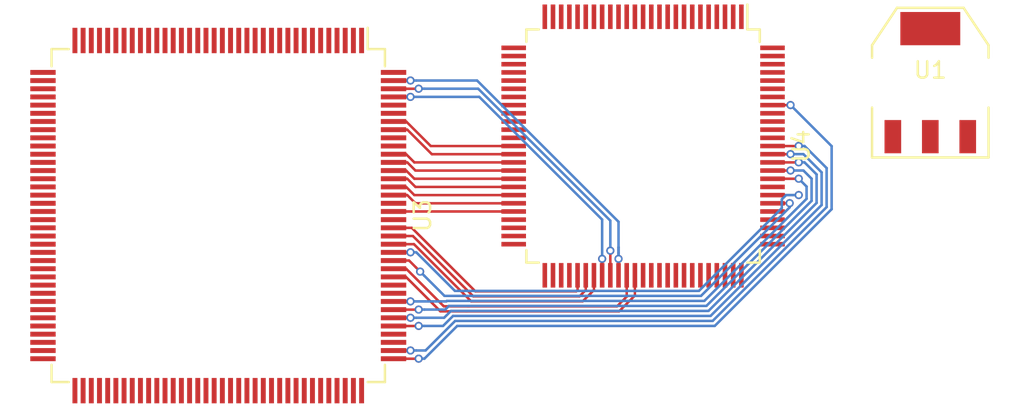
<source format=kicad_pcb>
(kicad_pcb (version 4) (host pcbnew "(2016-02-12 BZR 6554)-stable")

  (general
    (links 124)
    (no_connects 99)
    (area 0 0 0 0)
    (thickness 1.6)
    (drawings 0)
    (tracks 193)
    (zones 0)
    (modules 3)
    (nets 124)
  )

  (page A4)
  (layers
    (0 F.Cu signal)
    (31 B.Cu signal)
    (32 B.Adhes user)
    (33 F.Adhes user)
    (34 B.Paste user)
    (35 F.Paste user)
    (36 B.SilkS user)
    (37 F.SilkS user)
    (38 B.Mask user)
    (39 F.Mask user)
    (40 Dwgs.User user)
    (41 Cmts.User user)
    (42 Eco1.User user)
    (43 Eco2.User user)
    (44 Edge.Cuts user)
    (45 Margin user)
    (46 B.CrtYd user)
    (47 F.CrtYd user)
    (48 B.Fab user)
    (49 F.Fab user)
  )

  (setup
    (last_trace_width 0.153)
    (trace_clearance 0.153)
    (zone_clearance 0.508)
    (zone_45_only no)
    (trace_min 0.153)
    (segment_width 0.2)
    (edge_width 0.1)
    (via_size 0.5)
    (via_drill 0.3)
    (via_min_size 0.4)
    (via_min_drill 0.3)
    (uvia_size 0.3)
    (uvia_drill 0.1)
    (uvias_allowed no)
    (uvia_min_size 0.2)
    (uvia_min_drill 0.1)
    (pcb_text_width 0.3)
    (pcb_text_size 1.5 1.5)
    (mod_edge_width 0.15)
    (mod_text_size 1 1)
    (mod_text_width 0.15)
    (pad_size 1.5 1.5)
    (pad_drill 0.6)
    (pad_to_mask_clearance 0)
    (aux_axis_origin 0 0)
    (visible_elements FFFFFF7F)
    (pcbplotparams
      (layerselection 0x00030_ffffffff)
      (usegerberextensions false)
      (excludeedgelayer true)
      (linewidth 0.100000)
      (plotframeref false)
      (viasonmask false)
      (mode 1)
      (useauxorigin false)
      (hpglpennumber 1)
      (hpglpenspeed 20)
      (hpglpendiameter 15)
      (psnegative false)
      (psa4output false)
      (plotreference true)
      (plotvalue true)
      (plotinvisibletext false)
      (padsonsilk false)
      (subtractmaskfromsilk false)
      (outputformat 1)
      (mirror false)
      (drillshape 1)
      (scaleselection 1)
      (outputdirectory ""))
  )

  (net 0 "")
  (net 1 /FSMC/DA13)
  (net 2 /FSMC/E1_N)
  (net 3 "Net-(C4-Pad1)")
  (net 4 VFPGA33)
  (net 5 GNDD)
  (net 6 "Net-(U3-Pad3)")
  (net 7 "Net-(U3-Pad4)")
  (net 8 "Net-(U3-Pad12)")
  (net 9 "Net-(U3-Pad14)")
  (net 10 +3V3)
  (net 11 +1V2)
  (net 12 "Net-(R2-Pad2)")
  (net 13 "Net-(R3-Pad2)")
  (net 14 "Net-(U3-Pad33)")
  (net 15 "Net-(U3-Pad34)")
  (net 16 "Net-(U3-Pad41)")
  (net 17 "Net-(U3-Pad42)")
  (net 18 "Net-(U3-Pad49)")
  (net 19 "Net-(U3-Pad51)")
  (net 20 "Net-(U3-Pad63)")
  (net 21 "Net-(U3-Pad64)")
  (net 22 "Net-(U3-Pad75)")
  (net 23 "Net-(U3-Pad76)")
  (net 24 "Net-(P3-Pad3)")
  (net 25 "Net-(P3-Pad5)")
  (net 26 "Net-(P3-Pad1)")
  (net 27 "Net-(P3-Pad7)")
  (net 28 "Net-(U3-Pad95)")
  (net 29 "Net-(U3-Pad97)")
  (net 30 "Net-(U3-Pad105)")
  (net 31 "Net-(U3-Pad106)")
  (net 32 /FSMC/A23)
  (net 33 /FSMC/A19)
  (net 34 /FSMC/A20)
  (net 35 /FSMC/A21)
  (net 36 /FSMC/A22)
  (net 37 "Net-(U4-Pad7)")
  (net 38 "Net-(U4-Pad8)")
  (net 39 "Net-(U4-Pad9)")
  (net 40 "Net-(U4-Pad12)")
  (net 41 "Net-(U4-Pad13)")
  (net 42 "Net-(U4-Pad14)")
  (net 43 "Net-(U4-Pad15)")
  (net 44 "Net-(U4-Pad16)")
  (net 45 "Net-(U4-Pad17)")
  (net 46 "Net-(U4-Pad18)")
  (net 47 "Net-(U4-Pad23)")
  (net 48 "Net-(U4-Pad24)")
  (net 49 "Net-(U4-Pad25)")
  (net 50 "Net-(U4-Pad26)")
  (net 51 "Net-(U4-Pad29)")
  (net 52 "Net-(U4-Pad30)")
  (net 53 "Net-(U4-Pad31)")
  (net 54 "Net-(U4-Pad32)")
  (net 55 "Net-(U4-Pad33)")
  (net 56 "Net-(U4-Pad34)")
  (net 57 "Net-(U4-Pad35)")
  (net 58 "Net-(U4-Pad36)")
  (net 59 /FSMC/BOOT1)
  (net 60 /FSMC/DA4)
  (net 61 /FSMC/DA5)
  (net 62 /FSMC/DA6)
  (net 63 /FSMC/DA7)
  (net 64 /FSMC/DA8)
  (net 65 /FSMC/DA9)
  (net 66 /FSMC/DA10)
  (net 67 /FSMC/DA11)
  (net 68 /FSMC/DA12)
  (net 69 "Net-(U4-Pad47)")
  (net 70 "Net-(U4-Pad48)")
  (net 71 "Net-(U4-Pad51)")
  (net 72 "Net-(U4-Pad52)")
  (net 73 "Net-(U4-Pad53)")
  (net 74 "Net-(U4-Pad54)")
  (net 75 /FSMC/DA14)
  (net 76 /FSMC/DA15)
  (net 77 /FSMC/A16)
  (net 78 /FSMC/A17)
  (net 79 /FSMC/A18)
  (net 80 /FSMC/DA0)
  (net 81 /FSMC/DA1)
  (net 82 "Net-(U4-Pad63)")
  (net 83 "Net-(U4-Pad64)")
  (net 84 "Net-(U4-Pad65)")
  (net 85 "Net-(U4-Pad66)")
  (net 86 "Net-(U4-Pad67)")
  (net 87 "Net-(U4-Pad68)")
  (net 88 "Net-(U4-Pad69)")
  (net 89 "Net-(U4-Pad70)")
  (net 90 "Net-(U4-Pad71)")
  (net 91 "Net-(U4-Pad72)")
  (net 92 "Net-(U4-Pad76)")
  (net 93 "Net-(U4-Pad77)")
  (net 94 "Net-(U4-Pad78)")
  (net 95 "Net-(U4-Pad79)")
  (net 96 "Net-(U4-Pad80)")
  (net 97 /FSMC/DA2)
  (net 98 /FSMC/DA3)
  (net 99 "Net-(U4-Pad83)")
  (net 100 /FSMC/CLK)
  (net 101 /FSMC/OE_N)
  (net 102 /FSMC/WE_N)
  (net 103 /FSMC/WAIT_N)
  (net 104 /FSMC/JTDO)
  (net 105 /FSMC/JRST_N)
  (net 106 "Net-(U4-Pad91)")
  (net 107 "Net-(U4-Pad92)")
  (net 108 /FSMC/ADV_N)
  (net 109 "Net-(U4-Pad94)")
  (net 110 "Net-(U4-Pad95)")
  (net 111 "Net-(U4-Pad96)")
  (net 112 /FSMC/BL0_N)
  (net 113 /FSMC/BL1_N)
  (net 114 /FSMC/B7)
  (net 115 /FSMC/B6)
  (net 116 /FSMC/B5)
  (net 117 /FSMC/B4)
  (net 118 /FSMC/B3)
  (net 119 /FSMC/B2)
  (net 120 VSTM33)
  (net 121 GND)
  (net 122 /powersupply/VCAP1)
  (net 123 /powersupply/VCAP2)

  (net_class Default "This is the default net class."
    (clearance 0.153)
    (trace_width 0.153)
    (via_dia 0.5)
    (via_drill 0.3)
    (uvia_dia 0.3)
    (uvia_drill 0.1)
    (add_net +1V2)
    (add_net +3V3)
    (add_net /FSMC/A16)
    (add_net /FSMC/A17)
    (add_net /FSMC/A18)
    (add_net /FSMC/A19)
    (add_net /FSMC/A20)
    (add_net /FSMC/A21)
    (add_net /FSMC/A22)
    (add_net /FSMC/A23)
    (add_net /FSMC/ADV_N)
    (add_net /FSMC/B2)
    (add_net /FSMC/B3)
    (add_net /FSMC/B4)
    (add_net /FSMC/B5)
    (add_net /FSMC/B6)
    (add_net /FSMC/B7)
    (add_net /FSMC/BL0_N)
    (add_net /FSMC/BL1_N)
    (add_net /FSMC/BOOT1)
    (add_net /FSMC/CLK)
    (add_net /FSMC/DA0)
    (add_net /FSMC/DA1)
    (add_net /FSMC/DA10)
    (add_net /FSMC/DA11)
    (add_net /FSMC/DA12)
    (add_net /FSMC/DA13)
    (add_net /FSMC/DA14)
    (add_net /FSMC/DA15)
    (add_net /FSMC/DA2)
    (add_net /FSMC/DA3)
    (add_net /FSMC/DA4)
    (add_net /FSMC/DA5)
    (add_net /FSMC/DA6)
    (add_net /FSMC/DA7)
    (add_net /FSMC/DA8)
    (add_net /FSMC/DA9)
    (add_net /FSMC/E1_N)
    (add_net /FSMC/JRST_N)
    (add_net /FSMC/JTDO)
    (add_net /FSMC/OE_N)
    (add_net /FSMC/WAIT_N)
    (add_net /FSMC/WE_N)
    (add_net /powersupply/VCAP1)
    (add_net /powersupply/VCAP2)
    (add_net GND)
    (add_net GNDD)
    (add_net "Net-(C4-Pad1)")
    (add_net "Net-(P3-Pad1)")
    (add_net "Net-(P3-Pad3)")
    (add_net "Net-(P3-Pad5)")
    (add_net "Net-(P3-Pad7)")
    (add_net "Net-(R2-Pad2)")
    (add_net "Net-(R3-Pad2)")
    (add_net "Net-(U3-Pad105)")
    (add_net "Net-(U3-Pad106)")
    (add_net "Net-(U3-Pad12)")
    (add_net "Net-(U3-Pad14)")
    (add_net "Net-(U3-Pad3)")
    (add_net "Net-(U3-Pad33)")
    (add_net "Net-(U3-Pad34)")
    (add_net "Net-(U3-Pad4)")
    (add_net "Net-(U3-Pad41)")
    (add_net "Net-(U3-Pad42)")
    (add_net "Net-(U3-Pad49)")
    (add_net "Net-(U3-Pad51)")
    (add_net "Net-(U3-Pad63)")
    (add_net "Net-(U3-Pad64)")
    (add_net "Net-(U3-Pad75)")
    (add_net "Net-(U3-Pad76)")
    (add_net "Net-(U3-Pad95)")
    (add_net "Net-(U3-Pad97)")
    (add_net "Net-(U4-Pad12)")
    (add_net "Net-(U4-Pad13)")
    (add_net "Net-(U4-Pad14)")
    (add_net "Net-(U4-Pad15)")
    (add_net "Net-(U4-Pad16)")
    (add_net "Net-(U4-Pad17)")
    (add_net "Net-(U4-Pad18)")
    (add_net "Net-(U4-Pad23)")
    (add_net "Net-(U4-Pad24)")
    (add_net "Net-(U4-Pad25)")
    (add_net "Net-(U4-Pad26)")
    (add_net "Net-(U4-Pad29)")
    (add_net "Net-(U4-Pad30)")
    (add_net "Net-(U4-Pad31)")
    (add_net "Net-(U4-Pad32)")
    (add_net "Net-(U4-Pad33)")
    (add_net "Net-(U4-Pad34)")
    (add_net "Net-(U4-Pad35)")
    (add_net "Net-(U4-Pad36)")
    (add_net "Net-(U4-Pad47)")
    (add_net "Net-(U4-Pad48)")
    (add_net "Net-(U4-Pad51)")
    (add_net "Net-(U4-Pad52)")
    (add_net "Net-(U4-Pad53)")
    (add_net "Net-(U4-Pad54)")
    (add_net "Net-(U4-Pad63)")
    (add_net "Net-(U4-Pad64)")
    (add_net "Net-(U4-Pad65)")
    (add_net "Net-(U4-Pad66)")
    (add_net "Net-(U4-Pad67)")
    (add_net "Net-(U4-Pad68)")
    (add_net "Net-(U4-Pad69)")
    (add_net "Net-(U4-Pad7)")
    (add_net "Net-(U4-Pad70)")
    (add_net "Net-(U4-Pad71)")
    (add_net "Net-(U4-Pad72)")
    (add_net "Net-(U4-Pad76)")
    (add_net "Net-(U4-Pad77)")
    (add_net "Net-(U4-Pad78)")
    (add_net "Net-(U4-Pad79)")
    (add_net "Net-(U4-Pad8)")
    (add_net "Net-(U4-Pad80)")
    (add_net "Net-(U4-Pad83)")
    (add_net "Net-(U4-Pad9)")
    (add_net "Net-(U4-Pad91)")
    (add_net "Net-(U4-Pad92)")
    (add_net "Net-(U4-Pad94)")
    (add_net "Net-(U4-Pad95)")
    (add_net "Net-(U4-Pad96)")
    (add_net VFPGA33)
    (add_net VSTM33)
  )

  (module Housings_QFP:LQFP-100_14x14mm_Pitch0.5mm (layer F.Cu) (tedit 54130A77) (tstamp 56C4508F)
    (at 162.3 66.104 270)
    (descr "LQFP100: plastic low profile quad flat package; 100 leads; body 14 x 14 x 1.4 mm (see NXP sot407-1_po.pdf and sot407-1_fr.pdf)")
    (tags "QFP 0.5")
    (path /563244F7/56C476C3)
    (attr smd)
    (fp_text reference U4 (at 0 -9.65 270) (layer F.SilkS)
      (effects (font (size 1 1) (thickness 0.15)))
    )
    (fp_text value STM32F407VGT (at 0 9.65 270) (layer F.Fab)
      (effects (font (size 1 1) (thickness 0.15)))
    )
    (fp_line (start -8.9 -8.9) (end -8.9 8.9) (layer F.CrtYd) (width 0.05))
    (fp_line (start 8.9 -8.9) (end 8.9 8.9) (layer F.CrtYd) (width 0.05))
    (fp_line (start -8.9 -8.9) (end 8.9 -8.9) (layer F.CrtYd) (width 0.05))
    (fp_line (start -8.9 8.9) (end 8.9 8.9) (layer F.CrtYd) (width 0.05))
    (fp_line (start -7.125 -7.125) (end -7.125 -6.365) (layer F.SilkS) (width 0.15))
    (fp_line (start 7.125 -7.125) (end 7.125 -6.365) (layer F.SilkS) (width 0.15))
    (fp_line (start 7.125 7.125) (end 7.125 6.365) (layer F.SilkS) (width 0.15))
    (fp_line (start -7.125 7.125) (end -7.125 6.365) (layer F.SilkS) (width 0.15))
    (fp_line (start -7.125 -7.125) (end -6.365 -7.125) (layer F.SilkS) (width 0.15))
    (fp_line (start -7.125 7.125) (end -6.365 7.125) (layer F.SilkS) (width 0.15))
    (fp_line (start 7.125 7.125) (end 6.365 7.125) (layer F.SilkS) (width 0.15))
    (fp_line (start 7.125 -7.125) (end 6.365 -7.125) (layer F.SilkS) (width 0.15))
    (fp_line (start -7.125 -6.365) (end -8.65 -6.365) (layer F.SilkS) (width 0.15))
    (pad 1 smd rect (at -7.9 -6 270) (size 1.5 0.28) (layers F.Cu F.Paste F.Mask)
      (net 32 /FSMC/A23))
    (pad 2 smd rect (at -7.9 -5.5 270) (size 1.5 0.28) (layers F.Cu F.Paste F.Mask)
      (net 33 /FSMC/A19))
    (pad 3 smd rect (at -7.9 -5 270) (size 1.5 0.28) (layers F.Cu F.Paste F.Mask)
      (net 34 /FSMC/A20))
    (pad 4 smd rect (at -7.9 -4.5 270) (size 1.5 0.28) (layers F.Cu F.Paste F.Mask)
      (net 35 /FSMC/A21))
    (pad 5 smd rect (at -7.9 -4 270) (size 1.5 0.28) (layers F.Cu F.Paste F.Mask)
      (net 36 /FSMC/A22))
    (pad 6 smd rect (at -7.9 -3.5 270) (size 1.5 0.28) (layers F.Cu F.Paste F.Mask)
      (net 120 VSTM33))
    (pad 7 smd rect (at -7.9 -3 270) (size 1.5 0.28) (layers F.Cu F.Paste F.Mask)
      (net 37 "Net-(U4-Pad7)"))
    (pad 8 smd rect (at -7.9 -2.5 270) (size 1.5 0.28) (layers F.Cu F.Paste F.Mask)
      (net 38 "Net-(U4-Pad8)"))
    (pad 9 smd rect (at -7.9 -2 270) (size 1.5 0.28) (layers F.Cu F.Paste F.Mask)
      (net 39 "Net-(U4-Pad9)"))
    (pad 10 smd rect (at -7.9 -1.5 270) (size 1.5 0.28) (layers F.Cu F.Paste F.Mask)
      (net 121 GND))
    (pad 11 smd rect (at -7.9 -1 270) (size 1.5 0.28) (layers F.Cu F.Paste F.Mask)
      (net 120 VSTM33))
    (pad 12 smd rect (at -7.9 -0.5 270) (size 1.5 0.28) (layers F.Cu F.Paste F.Mask)
      (net 40 "Net-(U4-Pad12)"))
    (pad 13 smd rect (at -7.9 0 270) (size 1.5 0.28) (layers F.Cu F.Paste F.Mask)
      (net 41 "Net-(U4-Pad13)"))
    (pad 14 smd rect (at -7.9 0.5 270) (size 1.5 0.28) (layers F.Cu F.Paste F.Mask)
      (net 42 "Net-(U4-Pad14)"))
    (pad 15 smd rect (at -7.9 1 270) (size 1.5 0.28) (layers F.Cu F.Paste F.Mask)
      (net 43 "Net-(U4-Pad15)"))
    (pad 16 smd rect (at -7.9 1.5 270) (size 1.5 0.28) (layers F.Cu F.Paste F.Mask)
      (net 44 "Net-(U4-Pad16)"))
    (pad 17 smd rect (at -7.9 2 270) (size 1.5 0.28) (layers F.Cu F.Paste F.Mask)
      (net 45 "Net-(U4-Pad17)"))
    (pad 18 smd rect (at -7.9 2.5 270) (size 1.5 0.28) (layers F.Cu F.Paste F.Mask)
      (net 46 "Net-(U4-Pad18)"))
    (pad 19 smd rect (at -7.9 3 270) (size 1.5 0.28) (layers F.Cu F.Paste F.Mask)
      (net 120 VSTM33))
    (pad 20 smd rect (at -7.9 3.5 270) (size 1.5 0.28) (layers F.Cu F.Paste F.Mask)
      (net 121 GND))
    (pad 21 smd rect (at -7.9 4 270) (size 1.5 0.28) (layers F.Cu F.Paste F.Mask)
      (net 120 VSTM33))
    (pad 22 smd rect (at -7.9 4.5 270) (size 1.5 0.28) (layers F.Cu F.Paste F.Mask)
      (net 120 VSTM33))
    (pad 23 smd rect (at -7.9 5 270) (size 1.5 0.28) (layers F.Cu F.Paste F.Mask)
      (net 47 "Net-(U4-Pad23)"))
    (pad 24 smd rect (at -7.9 5.5 270) (size 1.5 0.28) (layers F.Cu F.Paste F.Mask)
      (net 48 "Net-(U4-Pad24)"))
    (pad 25 smd rect (at -7.9 6 270) (size 1.5 0.28) (layers F.Cu F.Paste F.Mask)
      (net 49 "Net-(U4-Pad25)"))
    (pad 26 smd rect (at -6 7.9) (size 1.5 0.28) (layers F.Cu F.Paste F.Mask)
      (net 50 "Net-(U4-Pad26)"))
    (pad 27 smd rect (at -5.5 7.9) (size 1.5 0.28) (layers F.Cu F.Paste F.Mask)
      (net 121 GND))
    (pad 28 smd rect (at -5 7.9) (size 1.5 0.28) (layers F.Cu F.Paste F.Mask)
      (net 120 VSTM33))
    (pad 29 smd rect (at -4.5 7.9) (size 1.5 0.28) (layers F.Cu F.Paste F.Mask)
      (net 51 "Net-(U4-Pad29)"))
    (pad 30 smd rect (at -4 7.9) (size 1.5 0.28) (layers F.Cu F.Paste F.Mask)
      (net 52 "Net-(U4-Pad30)"))
    (pad 31 smd rect (at -3.5 7.9) (size 1.5 0.28) (layers F.Cu F.Paste F.Mask)
      (net 53 "Net-(U4-Pad31)"))
    (pad 32 smd rect (at -3 7.9) (size 1.5 0.28) (layers F.Cu F.Paste F.Mask)
      (net 54 "Net-(U4-Pad32)"))
    (pad 33 smd rect (at -2.5 7.9) (size 1.5 0.28) (layers F.Cu F.Paste F.Mask)
      (net 55 "Net-(U4-Pad33)"))
    (pad 34 smd rect (at -2 7.9) (size 1.5 0.28) (layers F.Cu F.Paste F.Mask)
      (net 56 "Net-(U4-Pad34)"))
    (pad 35 smd rect (at -1.5 7.9) (size 1.5 0.28) (layers F.Cu F.Paste F.Mask)
      (net 57 "Net-(U4-Pad35)"))
    (pad 36 smd rect (at -1 7.9) (size 1.5 0.28) (layers F.Cu F.Paste F.Mask)
      (net 58 "Net-(U4-Pad36)"))
    (pad 37 smd rect (at -0.5 7.9) (size 1.5 0.28) (layers F.Cu F.Paste F.Mask)
      (net 59 /FSMC/BOOT1))
    (pad 38 smd rect (at 0 7.9) (size 1.5 0.28) (layers F.Cu F.Paste F.Mask)
      (net 60 /FSMC/DA4))
    (pad 39 smd rect (at 0.5 7.9) (size 1.5 0.28) (layers F.Cu F.Paste F.Mask)
      (net 61 /FSMC/DA5))
    (pad 40 smd rect (at 1 7.9) (size 1.5 0.28) (layers F.Cu F.Paste F.Mask)
      (net 62 /FSMC/DA6))
    (pad 41 smd rect (at 1.5 7.9) (size 1.5 0.28) (layers F.Cu F.Paste F.Mask)
      (net 63 /FSMC/DA7))
    (pad 42 smd rect (at 2 7.9) (size 1.5 0.28) (layers F.Cu F.Paste F.Mask)
      (net 64 /FSMC/DA8))
    (pad 43 smd rect (at 2.5 7.9) (size 1.5 0.28) (layers F.Cu F.Paste F.Mask)
      (net 65 /FSMC/DA9))
    (pad 44 smd rect (at 3 7.9) (size 1.5 0.28) (layers F.Cu F.Paste F.Mask)
      (net 66 /FSMC/DA10))
    (pad 45 smd rect (at 3.5 7.9) (size 1.5 0.28) (layers F.Cu F.Paste F.Mask)
      (net 67 /FSMC/DA11))
    (pad 46 smd rect (at 4 7.9) (size 1.5 0.28) (layers F.Cu F.Paste F.Mask)
      (net 68 /FSMC/DA12))
    (pad 47 smd rect (at 4.5 7.9) (size 1.5 0.28) (layers F.Cu F.Paste F.Mask)
      (net 69 "Net-(U4-Pad47)"))
    (pad 48 smd rect (at 5 7.9) (size 1.5 0.28) (layers F.Cu F.Paste F.Mask)
      (net 70 "Net-(U4-Pad48)"))
    (pad 49 smd rect (at 5.5 7.9) (size 1.5 0.28) (layers F.Cu F.Paste F.Mask)
      (net 122 /powersupply/VCAP1))
    (pad 50 smd rect (at 6 7.9) (size 1.5 0.28) (layers F.Cu F.Paste F.Mask)
      (net 120 VSTM33))
    (pad 51 smd rect (at 7.9 6 270) (size 1.5 0.28) (layers F.Cu F.Paste F.Mask)
      (net 71 "Net-(U4-Pad51)"))
    (pad 52 smd rect (at 7.9 5.5 270) (size 1.5 0.28) (layers F.Cu F.Paste F.Mask)
      (net 72 "Net-(U4-Pad52)"))
    (pad 53 smd rect (at 7.9 5 270) (size 1.5 0.28) (layers F.Cu F.Paste F.Mask)
      (net 73 "Net-(U4-Pad53)"))
    (pad 54 smd rect (at 7.9 4.5 270) (size 1.5 0.28) (layers F.Cu F.Paste F.Mask)
      (net 74 "Net-(U4-Pad54)"))
    (pad 55 smd rect (at 7.9 4 270) (size 1.5 0.28) (layers F.Cu F.Paste F.Mask)
      (net 1 /FSMC/DA13))
    (pad 56 smd rect (at 7.9 3.5 270) (size 1.5 0.28) (layers F.Cu F.Paste F.Mask)
      (net 75 /FSMC/DA14))
    (pad 57 smd rect (at 7.9 3 270) (size 1.5 0.28) (layers F.Cu F.Paste F.Mask)
      (net 76 /FSMC/DA15))
    (pad 58 smd rect (at 7.9 2.5 270) (size 1.5 0.28) (layers F.Cu F.Paste F.Mask)
      (net 77 /FSMC/A16))
    (pad 59 smd rect (at 7.9 2 270) (size 1.5 0.28) (layers F.Cu F.Paste F.Mask)
      (net 78 /FSMC/A17))
    (pad 60 smd rect (at 7.9 1.5 270) (size 1.5 0.28) (layers F.Cu F.Paste F.Mask)
      (net 79 /FSMC/A18))
    (pad 61 smd rect (at 7.9 1 270) (size 1.5 0.28) (layers F.Cu F.Paste F.Mask)
      (net 80 /FSMC/DA0))
    (pad 62 smd rect (at 7.9 0.5 270) (size 1.5 0.28) (layers F.Cu F.Paste F.Mask)
      (net 81 /FSMC/DA1))
    (pad 63 smd rect (at 7.9 0 270) (size 1.5 0.28) (layers F.Cu F.Paste F.Mask)
      (net 82 "Net-(U4-Pad63)"))
    (pad 64 smd rect (at 7.9 -0.5 270) (size 1.5 0.28) (layers F.Cu F.Paste F.Mask)
      (net 83 "Net-(U4-Pad64)"))
    (pad 65 smd rect (at 7.9 -1 270) (size 1.5 0.28) (layers F.Cu F.Paste F.Mask)
      (net 84 "Net-(U4-Pad65)"))
    (pad 66 smd rect (at 7.9 -1.5 270) (size 1.5 0.28) (layers F.Cu F.Paste F.Mask)
      (net 85 "Net-(U4-Pad66)"))
    (pad 67 smd rect (at 7.9 -2 270) (size 1.5 0.28) (layers F.Cu F.Paste F.Mask)
      (net 86 "Net-(U4-Pad67)"))
    (pad 68 smd rect (at 7.9 -2.5 270) (size 1.5 0.28) (layers F.Cu F.Paste F.Mask)
      (net 87 "Net-(U4-Pad68)"))
    (pad 69 smd rect (at 7.9 -3 270) (size 1.5 0.28) (layers F.Cu F.Paste F.Mask)
      (net 88 "Net-(U4-Pad69)"))
    (pad 70 smd rect (at 7.9 -3.5 270) (size 1.5 0.28) (layers F.Cu F.Paste F.Mask)
      (net 89 "Net-(U4-Pad70)"))
    (pad 71 smd rect (at 7.9 -4 270) (size 1.5 0.28) (layers F.Cu F.Paste F.Mask)
      (net 90 "Net-(U4-Pad71)"))
    (pad 72 smd rect (at 7.9 -4.5 270) (size 1.5 0.28) (layers F.Cu F.Paste F.Mask)
      (net 91 "Net-(U4-Pad72)"))
    (pad 73 smd rect (at 7.9 -5 270) (size 1.5 0.28) (layers F.Cu F.Paste F.Mask)
      (net 123 /powersupply/VCAP2))
    (pad 74 smd rect (at 7.9 -5.5 270) (size 1.5 0.28) (layers F.Cu F.Paste F.Mask)
      (net 121 GND))
    (pad 75 smd rect (at 7.9 -6 270) (size 1.5 0.28) (layers F.Cu F.Paste F.Mask)
      (net 120 VSTM33))
    (pad 76 smd rect (at 6 -7.9) (size 1.5 0.28) (layers F.Cu F.Paste F.Mask)
      (net 92 "Net-(U4-Pad76)"))
    (pad 77 smd rect (at 5.5 -7.9) (size 1.5 0.28) (layers F.Cu F.Paste F.Mask)
      (net 93 "Net-(U4-Pad77)"))
    (pad 78 smd rect (at 5 -7.9) (size 1.5 0.28) (layers F.Cu F.Paste F.Mask)
      (net 94 "Net-(U4-Pad78)"))
    (pad 79 smd rect (at 4.5 -7.9) (size 1.5 0.28) (layers F.Cu F.Paste F.Mask)
      (net 95 "Net-(U4-Pad79)"))
    (pad 80 smd rect (at 4 -7.9) (size 1.5 0.28) (layers F.Cu F.Paste F.Mask)
      (net 96 "Net-(U4-Pad80)"))
    (pad 81 smd rect (at 3.5 -7.9) (size 1.5 0.28) (layers F.Cu F.Paste F.Mask)
      (net 97 /FSMC/DA2))
    (pad 82 smd rect (at 3 -7.9) (size 1.5 0.28) (layers F.Cu F.Paste F.Mask)
      (net 98 /FSMC/DA3))
    (pad 83 smd rect (at 2.5 -7.9) (size 1.5 0.28) (layers F.Cu F.Paste F.Mask)
      (net 99 "Net-(U4-Pad83)"))
    (pad 84 smd rect (at 2 -7.9) (size 1.5 0.28) (layers F.Cu F.Paste F.Mask)
      (net 100 /FSMC/CLK))
    (pad 85 smd rect (at 1.5 -7.9) (size 1.5 0.28) (layers F.Cu F.Paste F.Mask)
      (net 101 /FSMC/OE_N))
    (pad 86 smd rect (at 1 -7.9) (size 1.5 0.28) (layers F.Cu F.Paste F.Mask)
      (net 102 /FSMC/WE_N))
    (pad 87 smd rect (at 0.5 -7.9) (size 1.5 0.28) (layers F.Cu F.Paste F.Mask)
      (net 103 /FSMC/WAIT_N))
    (pad 88 smd rect (at 0 -7.9) (size 1.5 0.28) (layers F.Cu F.Paste F.Mask)
      (net 2 /FSMC/E1_N))
    (pad 89 smd rect (at -0.5 -7.9) (size 1.5 0.28) (layers F.Cu F.Paste F.Mask)
      (net 104 /FSMC/JTDO))
    (pad 90 smd rect (at -1 -7.9) (size 1.5 0.28) (layers F.Cu F.Paste F.Mask)
      (net 105 /FSMC/JRST_N))
    (pad 91 smd rect (at -1.5 -7.9) (size 1.5 0.28) (layers F.Cu F.Paste F.Mask)
      (net 106 "Net-(U4-Pad91)"))
    (pad 92 smd rect (at -2 -7.9) (size 1.5 0.28) (layers F.Cu F.Paste F.Mask)
      (net 107 "Net-(U4-Pad92)"))
    (pad 93 smd rect (at -2.5 -7.9) (size 1.5 0.28) (layers F.Cu F.Paste F.Mask)
      (net 108 /FSMC/ADV_N))
    (pad 94 smd rect (at -3 -7.9) (size 1.5 0.28) (layers F.Cu F.Paste F.Mask)
      (net 109 "Net-(U4-Pad94)"))
    (pad 95 smd rect (at -3.5 -7.9) (size 1.5 0.28) (layers F.Cu F.Paste F.Mask)
      (net 110 "Net-(U4-Pad95)"))
    (pad 96 smd rect (at -4 -7.9) (size 1.5 0.28) (layers F.Cu F.Paste F.Mask)
      (net 111 "Net-(U4-Pad96)"))
    (pad 97 smd rect (at -4.5 -7.9) (size 1.5 0.28) (layers F.Cu F.Paste F.Mask)
      (net 112 /FSMC/BL0_N))
    (pad 98 smd rect (at -5 -7.9) (size 1.5 0.28) (layers F.Cu F.Paste F.Mask)
      (net 113 /FSMC/BL1_N))
    (pad 99 smd rect (at -5.5 -7.9) (size 1.5 0.28) (layers F.Cu F.Paste F.Mask)
      (net 121 GND))
    (pad 100 smd rect (at -6 -7.9) (size 1.5 0.28) (layers F.Cu F.Paste F.Mask)
      (net 120 VSTM33))
    (model Housings_QFP.3dshapes/LQFP-100_14x14mm_Pitch0.5mm.wrl
      (at (xyz 0 0 0))
      (scale (xyz 1 1 1))
      (rotate (xyz 0 0 0))
    )
  )

  (module Housings_QFP:LQFP-144_20x20mm_Pitch0.5mm (layer F.Cu) (tedit 54130A77) (tstamp 56C45027)
    (at 136.366 70.354 270)
    (descr "144-Lead Plastic Low Profile Quad Flatpack (PL) - 20x20x1.40 mm Body [LQFP], 2.00 mm Footprint (see Microchip Packaging Specification 00000049BS.pdf)")
    (tags "QFP 0.5")
    (path /563244F7/56323459)
    (attr smd)
    (fp_text reference U3 (at 0 -12.475 270) (layer F.SilkS)
      (effects (font (size 1 1) (thickness 0.15)))
    )
    (fp_text value LFXP2-5E-6TN144C (at 0 12.475 270) (layer F.Fab)
      (effects (font (size 1 1) (thickness 0.15)))
    )
    (fp_line (start -11.75 -11.75) (end -11.75 11.75) (layer F.CrtYd) (width 0.05))
    (fp_line (start 11.75 -11.75) (end 11.75 11.75) (layer F.CrtYd) (width 0.05))
    (fp_line (start -11.75 -11.75) (end 11.75 -11.75) (layer F.CrtYd) (width 0.05))
    (fp_line (start -11.75 11.75) (end 11.75 11.75) (layer F.CrtYd) (width 0.05))
    (fp_line (start -10.175 -10.175) (end -10.175 -9.125) (layer F.SilkS) (width 0.15))
    (fp_line (start 10.175 -10.175) (end 10.175 -9.125) (layer F.SilkS) (width 0.15))
    (fp_line (start 10.175 10.175) (end 10.175 9.125) (layer F.SilkS) (width 0.15))
    (fp_line (start -10.175 10.175) (end -10.175 9.125) (layer F.SilkS) (width 0.15))
    (fp_line (start -10.175 -10.175) (end -9.125 -10.175) (layer F.SilkS) (width 0.15))
    (fp_line (start -10.175 10.175) (end -9.125 10.175) (layer F.SilkS) (width 0.15))
    (fp_line (start 10.175 10.175) (end 9.125 10.175) (layer F.SilkS) (width 0.15))
    (fp_line (start 10.175 -10.175) (end 9.125 -10.175) (layer F.SilkS) (width 0.15))
    (fp_line (start -10.175 -9.125) (end -11.475 -9.125) (layer F.SilkS) (width 0.15))
    (pad 1 smd rect (at -10.7 -8.75 270) (size 1.55 0.3) (layers F.Cu F.Paste F.Mask)
      (net 114 /FSMC/B7))
    (pad 2 smd rect (at -10.7 -8.25 270) (size 1.55 0.3) (layers F.Cu F.Paste F.Mask)
      (net 114 /FSMC/B7))
    (pad 3 smd rect (at -10.7 -7.75 270) (size 1.55 0.3) (layers F.Cu F.Paste F.Mask)
      (net 6 "Net-(U3-Pad3)"))
    (pad 4 smd rect (at -10.7 -7.25 270) (size 1.55 0.3) (layers F.Cu F.Paste F.Mask)
      (net 7 "Net-(U3-Pad4)"))
    (pad 5 smd rect (at -10.7 -6.75 270) (size 1.55 0.3) (layers F.Cu F.Paste F.Mask)
      (net 114 /FSMC/B7))
    (pad 6 smd rect (at -10.7 -6.25 270) (size 1.55 0.3) (layers F.Cu F.Paste F.Mask)
      (net 114 /FSMC/B7))
    (pad 7 smd rect (at -10.7 -5.75 270) (size 1.55 0.3) (layers F.Cu F.Paste F.Mask)
      (net 114 /FSMC/B7))
    (pad 8 smd rect (at -10.7 -5.25 270) (size 1.55 0.3) (layers F.Cu F.Paste F.Mask)
      (net 114 /FSMC/B7))
    (pad 9 smd rect (at -10.7 -4.75 270) (size 1.55 0.3) (layers F.Cu F.Paste F.Mask)
      (net 114 /FSMC/B7))
    (pad 10 smd rect (at -10.7 -4.25 270) (size 1.55 0.3) (layers F.Cu F.Paste F.Mask)
      (net 114 /FSMC/B7))
    (pad 11 smd rect (at -10.7 -3.75 270) (size 1.55 0.3) (layers F.Cu F.Paste F.Mask)
      (net 114 /FSMC/B7))
    (pad 12 smd rect (at -10.7 -3.25 270) (size 1.55 0.3) (layers F.Cu F.Paste F.Mask)
      (net 8 "Net-(U3-Pad12)"))
    (pad 13 smd rect (at -10.7 -2.75 270) (size 1.55 0.3) (layers F.Cu F.Paste F.Mask)
      (net 114 /FSMC/B7))
    (pad 14 smd rect (at -10.7 -2.25 270) (size 1.55 0.3) (layers F.Cu F.Paste F.Mask)
      (net 9 "Net-(U3-Pad14)"))
    (pad 15 smd rect (at -10.7 -1.75 270) (size 1.55 0.3) (layers F.Cu F.Paste F.Mask)
      (net 114 /FSMC/B7))
    (pad 16 smd rect (at -10.7 -1.25 270) (size 1.55 0.3) (layers F.Cu F.Paste F.Mask)
      (net 114 /FSMC/B7))
    (pad 17 smd rect (at -10.7 -0.75 270) (size 1.55 0.3) (layers F.Cu F.Paste F.Mask)
      (net 114 /FSMC/B7))
    (pad 18 smd rect (at -10.7 -0.25 270) (size 1.55 0.3) (layers F.Cu F.Paste F.Mask)
      (net 114 /FSMC/B7))
    (pad 19 smd rect (at -10.7 0.25 270) (size 1.55 0.3) (layers F.Cu F.Paste F.Mask)
      (net 114 /FSMC/B7))
    (pad 20 smd rect (at -10.7 0.75 270) (size 1.55 0.3) (layers F.Cu F.Paste F.Mask)
      (net 114 /FSMC/B7))
    (pad 21 smd rect (at -10.7 1.25 270) (size 1.55 0.3) (layers F.Cu F.Paste F.Mask)
      (net 114 /FSMC/B7))
    (pad 22 smd rect (at -10.7 1.75 270) (size 1.55 0.3) (layers F.Cu F.Paste F.Mask)
      (net 114 /FSMC/B7))
    (pad 23 smd rect (at -10.7 2.25 270) (size 1.55 0.3) (layers F.Cu F.Paste F.Mask)
      (net 10 +3V3))
    (pad 24 smd rect (at -10.7 2.75 270) (size 1.55 0.3) (layers F.Cu F.Paste F.Mask)
      (net 11 +1V2))
    (pad 25 smd rect (at -10.7 3.25 270) (size 1.55 0.3) (layers F.Cu F.Paste F.Mask)
      (net 12 "Net-(R2-Pad2)"))
    (pad 26 smd rect (at -10.7 3.75 270) (size 1.55 0.3) (layers F.Cu F.Paste F.Mask)
      (net 13 "Net-(R3-Pad2)"))
    (pad 27 smd rect (at -10.7 4.25 270) (size 1.55 0.3) (layers F.Cu F.Paste F.Mask)
      (net 115 /FSMC/B6))
    (pad 28 smd rect (at -10.7 4.75 270) (size 1.55 0.3) (layers F.Cu F.Paste F.Mask)
      (net 115 /FSMC/B6))
    (pad 29 smd rect (at -10.7 5.25 270) (size 1.55 0.3) (layers F.Cu F.Paste F.Mask)
      (net 115 /FSMC/B6))
    (pad 30 smd rect (at -10.7 5.75 270) (size 1.55 0.3) (layers F.Cu F.Paste F.Mask)
      (net 115 /FSMC/B6))
    (pad 31 smd rect (at -10.7 6.25 270) (size 1.55 0.3) (layers F.Cu F.Paste F.Mask)
      (net 115 /FSMC/B6))
    (pad 32 smd rect (at -10.7 6.75 270) (size 1.55 0.3) (layers F.Cu F.Paste F.Mask)
      (net 115 /FSMC/B6))
    (pad 33 smd rect (at -10.7 7.25 270) (size 1.55 0.3) (layers F.Cu F.Paste F.Mask)
      (net 14 "Net-(U3-Pad33)"))
    (pad 34 smd rect (at -10.7 7.75 270) (size 1.55 0.3) (layers F.Cu F.Paste F.Mask)
      (net 15 "Net-(U3-Pad34)"))
    (pad 35 smd rect (at -10.7 8.25 270) (size 1.55 0.3) (layers F.Cu F.Paste F.Mask)
      (net 115 /FSMC/B6))
    (pad 36 smd rect (at -10.7 8.75 270) (size 1.55 0.3) (layers F.Cu F.Paste F.Mask)
      (net 115 /FSMC/B6))
    (pad 37 smd rect (at -8.75 10.7) (size 1.55 0.3) (layers F.Cu F.Paste F.Mask)
      (net 116 /FSMC/B5))
    (pad 38 smd rect (at -8.25 10.7) (size 1.55 0.3) (layers F.Cu F.Paste F.Mask)
      (net 116 /FSMC/B5))
    (pad 39 smd rect (at -7.75 10.7) (size 1.55 0.3) (layers F.Cu F.Paste F.Mask)
      (net 116 /FSMC/B5))
    (pad 40 smd rect (at -7.25 10.7) (size 1.55 0.3) (layers F.Cu F.Paste F.Mask)
      (net 116 /FSMC/B5))
    (pad 41 smd rect (at -6.75 10.7) (size 1.55 0.3) (layers F.Cu F.Paste F.Mask)
      (net 16 "Net-(U3-Pad41)"))
    (pad 42 smd rect (at -6.25 10.7) (size 1.55 0.3) (layers F.Cu F.Paste F.Mask)
      (net 17 "Net-(U3-Pad42)"))
    (pad 43 smd rect (at -5.75 10.7) (size 1.55 0.3) (layers F.Cu F.Paste F.Mask)
      (net 116 /FSMC/B5))
    (pad 44 smd rect (at -5.25 10.7) (size 1.55 0.3) (layers F.Cu F.Paste F.Mask)
      (net 116 /FSMC/B5))
    (pad 45 smd rect (at -4.75 10.7) (size 1.55 0.3) (layers F.Cu F.Paste F.Mask)
      (net 116 /FSMC/B5))
    (pad 46 smd rect (at -4.25 10.7) (size 1.55 0.3) (layers F.Cu F.Paste F.Mask)
      (net 116 /FSMC/B5))
    (pad 47 smd rect (at -3.75 10.7) (size 1.55 0.3) (layers F.Cu F.Paste F.Mask)
      (net 116 /FSMC/B5))
    (pad 48 smd rect (at -3.25 10.7) (size 1.55 0.3) (layers F.Cu F.Paste F.Mask)
      (net 116 /FSMC/B5))
    (pad 49 smd rect (at -2.75 10.7) (size 1.55 0.3) (layers F.Cu F.Paste F.Mask)
      (net 18 "Net-(U3-Pad49)"))
    (pad 50 smd rect (at -2.25 10.7) (size 1.55 0.3) (layers F.Cu F.Paste F.Mask)
      (net 116 /FSMC/B5))
    (pad 51 smd rect (at -1.75 10.7) (size 1.55 0.3) (layers F.Cu F.Paste F.Mask)
      (net 19 "Net-(U3-Pad51)"))
    (pad 52 smd rect (at -1.25 10.7) (size 1.55 0.3) (layers F.Cu F.Paste F.Mask)
      (net 116 /FSMC/B5))
    (pad 53 smd rect (at -0.75 10.7) (size 1.55 0.3) (layers F.Cu F.Paste F.Mask)
      (net 116 /FSMC/B5))
    (pad 54 smd rect (at -0.25 10.7) (size 1.55 0.3) (layers F.Cu F.Paste F.Mask)
      (net 116 /FSMC/B5))
    (pad 55 smd rect (at 0.25 10.7) (size 1.55 0.3) (layers F.Cu F.Paste F.Mask)
      (net 116 /FSMC/B5))
    (pad 56 smd rect (at 0.75 10.7) (size 1.55 0.3) (layers F.Cu F.Paste F.Mask)
      (net 116 /FSMC/B5))
    (pad 57 smd rect (at 1.25 10.7) (size 1.55 0.3) (layers F.Cu F.Paste F.Mask)
      (net 116 /FSMC/B5))
    (pad 58 smd rect (at 1.75 10.7) (size 1.55 0.3) (layers F.Cu F.Paste F.Mask)
      (net 116 /FSMC/B5))
    (pad 59 smd rect (at 2.25 10.7) (size 1.55 0.3) (layers F.Cu F.Paste F.Mask)
      (net 11 +1V2))
    (pad 60 smd rect (at 2.75 10.7) (size 1.55 0.3) (layers F.Cu F.Paste F.Mask)
      (net 10 +3V3))
    (pad 61 smd rect (at 3.25 10.7) (size 1.55 0.3) (layers F.Cu F.Paste F.Mask)
      (net 117 /FSMC/B4))
    (pad 62 smd rect (at 3.75 10.7) (size 1.55 0.3) (layers F.Cu F.Paste F.Mask)
      (net 117 /FSMC/B4))
    (pad 63 smd rect (at 4.25 10.7) (size 1.55 0.3) (layers F.Cu F.Paste F.Mask)
      (net 20 "Net-(U3-Pad63)"))
    (pad 64 smd rect (at 4.75 10.7) (size 1.55 0.3) (layers F.Cu F.Paste F.Mask)
      (net 21 "Net-(U3-Pad64)"))
    (pad 65 smd rect (at 5.25 10.7) (size 1.55 0.3) (layers F.Cu F.Paste F.Mask)
      (net 117 /FSMC/B4))
    (pad 66 smd rect (at 5.75 10.7) (size 1.55 0.3) (layers F.Cu F.Paste F.Mask)
      (net 117 /FSMC/B4))
    (pad 67 smd rect (at 6.25 10.7) (size 1.55 0.3) (layers F.Cu F.Paste F.Mask)
      (net 10 +3V3))
    (pad 68 smd rect (at 6.75 10.7) (size 1.55 0.3) (layers F.Cu F.Paste F.Mask)
      (net 5 GNDD))
    (pad 69 smd rect (at 7.25 10.7) (size 1.55 0.3) (layers F.Cu F.Paste F.Mask)
      (net 117 /FSMC/B4))
    (pad 70 smd rect (at 7.75 10.7) (size 1.55 0.3) (layers F.Cu F.Paste F.Mask)
      (net 117 /FSMC/B4))
    (pad 71 smd rect (at 8.25 10.7) (size 1.55 0.3) (layers F.Cu F.Paste F.Mask)
      (net 117 /FSMC/B4))
    (pad 72 smd rect (at 8.75 10.7) (size 1.55 0.3) (layers F.Cu F.Paste F.Mask)
      (net 117 /FSMC/B4))
    (pad 73 smd rect (at 10.7 8.75 270) (size 1.55 0.3) (layers F.Cu F.Paste F.Mask)
      (net 118 /FSMC/B3))
    (pad 74 smd rect (at 10.7 8.25 270) (size 1.55 0.3) (layers F.Cu F.Paste F.Mask)
      (net 118 /FSMC/B3))
    (pad 75 smd rect (at 10.7 7.75 270) (size 1.55 0.3) (layers F.Cu F.Paste F.Mask)
      (net 22 "Net-(U3-Pad75)"))
    (pad 76 smd rect (at 10.7 7.25 270) (size 1.55 0.3) (layers F.Cu F.Paste F.Mask)
      (net 23 "Net-(U3-Pad76)"))
    (pad 77 smd rect (at 10.7 6.75 270) (size 1.55 0.3) (layers F.Cu F.Paste F.Mask)
      (net 118 /FSMC/B3))
    (pad 78 smd rect (at 10.7 6.25 270) (size 1.55 0.3) (layers F.Cu F.Paste F.Mask)
      (net 118 /FSMC/B3))
    (pad 79 smd rect (at 10.7 5.75 270) (size 1.55 0.3) (layers F.Cu F.Paste F.Mask)
      (net 24 "Net-(P3-Pad3)"))
    (pad 80 smd rect (at 10.7 5.25 270) (size 1.55 0.3) (layers F.Cu F.Paste F.Mask)
      (net 25 "Net-(P3-Pad5)"))
    (pad 81 smd rect (at 10.7 4.75 270) (size 1.55 0.3) (layers F.Cu F.Paste F.Mask)
      (net 26 "Net-(P3-Pad1)"))
    (pad 82 smd rect (at 10.7 4.25 270) (size 1.55 0.3) (layers F.Cu F.Paste F.Mask)
      (net 27 "Net-(P3-Pad7)"))
    (pad 83 smd rect (at 10.7 3.75 270) (size 1.55 0.3) (layers F.Cu F.Paste F.Mask)
      (net 10 +3V3))
    (pad 84 smd rect (at 10.7 3.25 270) (size 1.55 0.3) (layers F.Cu F.Paste F.Mask)
      (net 11 +1V2))
    (pad 85 smd rect (at 10.7 2.75 270) (size 1.55 0.3) (layers F.Cu F.Paste F.Mask)
      (net 10 +3V3))
    (pad 86 smd rect (at 10.7 2.25 270) (size 1.55 0.3) (layers F.Cu F.Paste F.Mask)
      (net 5 GNDD))
    (pad 87 smd rect (at 10.7 1.75 270) (size 1.55 0.3) (layers F.Cu F.Paste F.Mask)
      (net 119 /FSMC/B2))
    (pad 88 smd rect (at 10.7 1.25 270) (size 1.55 0.3) (layers F.Cu F.Paste F.Mask)
      (net 119 /FSMC/B2))
    (pad 89 smd rect (at 10.7 0.75 270) (size 1.55 0.3) (layers F.Cu F.Paste F.Mask)
      (net 119 /FSMC/B2))
    (pad 90 smd rect (at 10.7 0.25 270) (size 1.55 0.3) (layers F.Cu F.Paste F.Mask)
      (net 119 /FSMC/B2))
    (pad 91 smd rect (at 10.7 -0.25 270) (size 1.55 0.3) (layers F.Cu F.Paste F.Mask)
      (net 119 /FSMC/B2))
    (pad 92 smd rect (at 10.7 -0.75 270) (size 1.55 0.3) (layers F.Cu F.Paste F.Mask)
      (net 119 /FSMC/B2))
    (pad 93 smd rect (at 10.7 -1.25 270) (size 1.55 0.3) (layers F.Cu F.Paste F.Mask)
      (net 119 /FSMC/B2))
    (pad 94 smd rect (at 10.7 -1.75 270) (size 1.55 0.3) (layers F.Cu F.Paste F.Mask)
      (net 119 /FSMC/B2))
    (pad 95 smd rect (at 10.7 -2.25 270) (size 1.55 0.3) (layers F.Cu F.Paste F.Mask)
      (net 28 "Net-(U3-Pad95)"))
    (pad 96 smd rect (at 10.7 -2.75 270) (size 1.55 0.3) (layers F.Cu F.Paste F.Mask)
      (net 119 /FSMC/B2))
    (pad 97 smd rect (at 10.7 -3.25 270) (size 1.55 0.3) (layers F.Cu F.Paste F.Mask)
      (net 29 "Net-(U3-Pad97)"))
    (pad 98 smd rect (at 10.7 -3.75 270) (size 1.55 0.3) (layers F.Cu F.Paste F.Mask)
      (net 119 /FSMC/B2))
    (pad 99 smd rect (at 10.7 -4.25 270) (size 1.55 0.3) (layers F.Cu F.Paste F.Mask)
      (net 119 /FSMC/B2))
    (pad 100 smd rect (at 10.7 -4.75 270) (size 1.55 0.3) (layers F.Cu F.Paste F.Mask)
      (net 119 /FSMC/B2))
    (pad 101 smd rect (at 10.7 -5.25 270) (size 1.55 0.3) (layers F.Cu F.Paste F.Mask)
      (net 119 /FSMC/B2))
    (pad 102 smd rect (at 10.7 -5.75 270) (size 1.55 0.3) (layers F.Cu F.Paste F.Mask)
      (net 119 /FSMC/B2))
    (pad 103 smd rect (at 10.7 -6.25 270) (size 1.55 0.3) (layers F.Cu F.Paste F.Mask)
      (net 119 /FSMC/B2))
    (pad 104 smd rect (at 10.7 -6.75 270) (size 1.55 0.3) (layers F.Cu F.Paste F.Mask)
      (net 119 /FSMC/B2))
    (pad 105 smd rect (at 10.7 -7.25 270) (size 1.55 0.3) (layers F.Cu F.Paste F.Mask)
      (net 30 "Net-(U3-Pad105)"))
    (pad 106 smd rect (at 10.7 -7.75 270) (size 1.55 0.3) (layers F.Cu F.Paste F.Mask)
      (net 31 "Net-(U3-Pad106)"))
    (pad 107 smd rect (at 10.7 -8.25 270) (size 1.55 0.3) (layers F.Cu F.Paste F.Mask)
      (net 119 /FSMC/B2))
    (pad 108 smd rect (at 10.7 -8.75 270) (size 1.55 0.3) (layers F.Cu F.Paste F.Mask)
      (net 119 /FSMC/B2))
    (pad 109 smd rect (at 8.75 -10.7) (size 1.55 0.3) (layers F.Cu F.Paste F.Mask)
      (net 108 /FSMC/ADV_N))
    (pad 110 smd rect (at 8.25 -10.7) (size 1.55 0.3) (layers F.Cu F.Paste F.Mask)
      (net 2 /FSMC/E1_N))
    (pad 111 smd rect (at 7.75 -10.7) (size 1.55 0.3) (layers F.Cu F.Paste F.Mask)
      (net 121 GND))
    (pad 112 smd rect (at 7.25 -10.7) (size 1.55 0.3) (layers F.Cu F.Paste F.Mask)
      (net 4 VFPGA33))
    (pad 113 smd rect (at 6.75 -10.7) (size 1.55 0.3) (layers F.Cu F.Paste F.Mask)
      (net 103 /FSMC/WAIT_N))
    (pad 114 smd rect (at 6.25 -10.7) (size 1.55 0.3) (layers F.Cu F.Paste F.Mask)
      (net 102 /FSMC/WE_N))
    (pad 115 smd rect (at 5.75 -10.7) (size 1.55 0.3) (layers F.Cu F.Paste F.Mask)
      (net 101 /FSMC/OE_N))
    (pad 116 smd rect (at 5.25 -10.7) (size 1.55 0.3) (layers F.Cu F.Paste F.Mask)
      (net 100 /FSMC/CLK))
    (pad 117 smd rect (at 4.75 -10.7) (size 1.55 0.3) (layers F.Cu F.Paste F.Mask)
      (net 10 +3V3))
    (pad 118 smd rect (at 4.25 -10.7) (size 1.55 0.3) (layers F.Cu F.Paste F.Mask)
      (net 11 +1V2))
    (pad 119 smd rect (at 3.75 -10.7) (size 1.55 0.3) (layers F.Cu F.Paste F.Mask)
      (net 81 /FSMC/DA1))
    (pad 120 smd rect (at 3.25 -10.7) (size 1.55 0.3) (layers F.Cu F.Paste F.Mask)
      (net 80 /FSMC/DA0))
    (pad 121 smd rect (at 2.75 -10.7) (size 1.55 0.3) (layers F.Cu F.Paste F.Mask)
      (net 97 /FSMC/DA2))
    (pad 122 smd rect (at 2.25 -10.7) (size 1.55 0.3) (layers F.Cu F.Paste F.Mask)
      (net 98 /FSMC/DA3))
    (pad 123 smd rect (at 1.75 -10.7) (size 1.55 0.3) (layers F.Cu F.Paste F.Mask)
      (net 76 /FSMC/DA15))
    (pad 124 smd rect (at 1.25 -10.7) (size 1.55 0.3) (layers F.Cu F.Paste F.Mask)
      (net 75 /FSMC/DA14))
    (pad 125 smd rect (at 0.75 -10.7) (size 1.55 0.3) (layers F.Cu F.Paste F.Mask)
      (net 1 /FSMC/DA13))
    (pad 126 smd rect (at 0.25 -10.7) (size 1.55 0.3) (layers F.Cu F.Paste F.Mask)
      (net 121 GND))
    (pad 127 smd rect (at -0.25 -10.7) (size 1.55 0.3) (layers F.Cu F.Paste F.Mask)
      (net 68 /FSMC/DA12))
    (pad 128 smd rect (at -0.75 -10.7) (size 1.55 0.3) (layers F.Cu F.Paste F.Mask)
      (net 4 VFPGA33))
    (pad 129 smd rect (at -1.25 -10.7) (size 1.55 0.3) (layers F.Cu F.Paste F.Mask)
      (net 67 /FSMC/DA11))
    (pad 130 smd rect (at -1.75 -10.7) (size 1.55 0.3) (layers F.Cu F.Paste F.Mask)
      (net 66 /FSMC/DA10))
    (pad 131 smd rect (at -2.25 -10.7) (size 1.55 0.3) (layers F.Cu F.Paste F.Mask)
      (net 65 /FSMC/DA9))
    (pad 132 smd rect (at -2.75 -10.7) (size 1.55 0.3) (layers F.Cu F.Paste F.Mask)
      (net 64 /FSMC/DA8))
    (pad 133 smd rect (at -3.25 -10.7) (size 1.55 0.3) (layers F.Cu F.Paste F.Mask)
      (net 63 /FSMC/DA7))
    (pad 134 smd rect (at -3.75 -10.7) (size 1.55 0.3) (layers F.Cu F.Paste F.Mask)
      (net 62 /FSMC/DA6))
    (pad 135 smd rect (at -4.25 -10.7) (size 1.55 0.3) (layers F.Cu F.Paste F.Mask)
      (net 121 GND))
    (pad 136 smd rect (at -4.75 -10.7) (size 1.55 0.3) (layers F.Cu F.Paste F.Mask)
      (net 4 VFPGA33))
    (pad 137 smd rect (at -5.25 -10.7) (size 1.55 0.3) (layers F.Cu F.Paste F.Mask)
      (net 61 /FSMC/DA5))
    (pad 138 smd rect (at -5.75 -10.7) (size 1.55 0.3) (layers F.Cu F.Paste F.Mask)
      (net 60 /FSMC/DA4))
    (pad 139 smd rect (at -6.25 -10.7) (size 1.55 0.3) (layers F.Cu F.Paste F.Mask)
      (net 5 GNDD))
    (pad 140 smd rect (at -6.75 -10.7) (size 1.55 0.3) (layers F.Cu F.Paste F.Mask)
      (net 10 +3V3))
    (pad 141 smd rect (at -7.25 -10.7) (size 1.55 0.3) (layers F.Cu F.Paste F.Mask)
      (net 77 /FSMC/A16))
    (pad 142 smd rect (at -7.75 -10.7) (size 1.55 0.3) (layers F.Cu F.Paste F.Mask)
      (net 78 /FSMC/A17))
    (pad 143 smd rect (at -8.25 -10.7) (size 1.55 0.3) (layers F.Cu F.Paste F.Mask)
      (net 79 /FSMC/A18))
    (pad 144 smd rect (at -8.75 -10.7) (size 1.55 0.3) (layers F.Cu F.Paste F.Mask)
      (net 33 /FSMC/A19))
    (model Housings_QFP.3dshapes/LQFP-144_20x20mm_Pitch0.5mm.wrl
      (at (xyz 0 0 0))
      (scale (xyz 1 1 1))
      (rotate (xyz 0 0 0))
    )
  )

  (module TO_SOT_Packages_SMD:SOT-223 (layer F.Cu) (tedit 0) (tstamp 56C44F93)
    (at 179.832 62.23)
    (descr "module CMS SOT223 4 pins")
    (tags "CMS SOT")
    (path /563244F7/5632574B)
    (attr smd)
    (fp_text reference U1 (at 0 -0.762) (layer F.SilkS)
      (effects (font (size 1 1) (thickness 0.15)))
    )
    (fp_text value LD1117S12CTR (at 0 0.762) (layer F.Fab)
      (effects (font (size 1 1) (thickness 0.15)))
    )
    (fp_line (start -3.556 1.524) (end -3.556 4.572) (layer F.SilkS) (width 0.15))
    (fp_line (start -3.556 4.572) (end 3.556 4.572) (layer F.SilkS) (width 0.15))
    (fp_line (start 3.556 4.572) (end 3.556 1.524) (layer F.SilkS) (width 0.15))
    (fp_line (start -3.556 -1.524) (end -3.556 -2.286) (layer F.SilkS) (width 0.15))
    (fp_line (start -3.556 -2.286) (end -2.032 -4.572) (layer F.SilkS) (width 0.15))
    (fp_line (start -2.032 -4.572) (end 2.032 -4.572) (layer F.SilkS) (width 0.15))
    (fp_line (start 2.032 -4.572) (end 3.556 -2.286) (layer F.SilkS) (width 0.15))
    (fp_line (start 3.556 -2.286) (end 3.556 -1.524) (layer F.SilkS) (width 0.15))
    (pad 4 smd rect (at 0 -3.302) (size 3.6576 2.032) (layers F.Cu F.Paste F.Mask))
    (pad 2 smd rect (at 0 3.302) (size 1.016 2.032) (layers F.Cu F.Paste F.Mask)
      (net 3 "Net-(C4-Pad1)"))
    (pad 3 smd rect (at 2.286 3.302) (size 1.016 2.032) (layers F.Cu F.Paste F.Mask)
      (net 4 VFPGA33))
    (pad 1 smd rect (at -2.286 3.302) (size 1.016 2.032) (layers F.Cu F.Paste F.Mask)
      (net 5 GNDD))
    (model TO_SOT_Packages_SMD.3dshapes/SOT-223.wrl
      (at (xyz 0 0 0))
      (scale (xyz 0.4 0.4 0.4))
      (rotate (xyz 0 0 0))
    )
  )

  (segment (start 152.058687 74.983501) (end 158.223499 74.983501) (width 0.153) (layer F.Cu) (net 1))
  (segment (start 158.223499 74.983501) (end 158.3 74.907) (width 0.153) (layer F.Cu) (net 1))
  (segment (start 158.3 74.907) (end 158.3 74.004) (width 0.153) (layer F.Cu) (net 1))
  (segment (start 152.058687 74.983501) (end 148.179186 71.104) (width 0.153) (layer F.Cu) (net 1))
  (segment (start 148.179186 71.104) (end 147.066 71.104) (width 0.153) (layer F.Cu) (net 1))
  (segment (start 149.020789 78.6) (end 148.453553 78.6) (width 0.153) (layer B.Cu) (net 2))
  (segment (start 173.50354 67.449987) (end 173.50354 69.837173) (width 0.153) (layer B.Cu) (net 2))
  (segment (start 171.8 66.1) (end 172.153553 66.1) (width 0.153) (layer B.Cu) (net 2))
  (segment (start 172.153553 66.1) (end 173.50354 67.449987) (width 0.153) (layer B.Cu) (net 2))
  (segment (start 148.453553 78.6) (end 148.1 78.6) (width 0.153) (layer B.Cu) (net 2))
  (segment (start 150.8268 76.793989) (end 149.020789 78.6) (width 0.153) (layer B.Cu) (net 2))
  (segment (start 166.546724 76.793989) (end 150.8268 76.793989) (width 0.153) (layer B.Cu) (net 2))
  (segment (start 173.50354 69.837173) (end 166.546724 76.793989) (width 0.153) (layer B.Cu) (net 2))
  (segment (start 170.232 66.104) (end 171.796 66.104) (width 0.153) (layer F.Cu) (net 2))
  (segment (start 171.796 66.104) (end 171.8 66.1) (width 0.153) (layer F.Cu) (net 2))
  (via (at 171.8 66.1) (size 0.5) (drill 0.3) (layers F.Cu B.Cu) (net 2))
  (segment (start 147.066 78.604) (end 148.096 78.604) (width 0.153) (layer F.Cu) (net 2))
  (segment (start 148.096 78.604) (end 148.1 78.6) (width 0.153) (layer F.Cu) (net 2))
  (via (at 148.1 78.6) (size 0.5) (drill 0.3) (layers F.Cu B.Cu) (net 2))
  (segment (start 154.432 66.104) (end 149.336864 66.104) (width 0.153) (layer F.Cu) (net 60))
  (segment (start 149.336864 66.104) (end 147.836864 64.604) (width 0.153) (layer F.Cu) (net 60))
  (segment (start 147.836864 64.604) (end 147.066 64.604) (width 0.153) (layer F.Cu) (net 60))
  (segment (start 154.432 66.604) (end 149.404102 66.604) (width 0.153) (layer F.Cu) (net 61))
  (segment (start 149.404102 66.604) (end 147.904102 65.104) (width 0.153) (layer F.Cu) (net 61))
  (segment (start 147.904102 65.104) (end 147.066 65.104) (width 0.153) (layer F.Cu) (net 61))
  (segment (start 154.432 67.104) (end 148.336864 67.104) (width 0.153) (layer F.Cu) (net 62))
  (segment (start 148.336864 67.104) (end 147.836864 66.604) (width 0.153) (layer F.Cu) (net 62))
  (segment (start 147.836864 66.604) (end 147.066 66.604) (width 0.153) (layer F.Cu) (net 62))
  (segment (start 154.432 67.604) (end 148.404102 67.604) (width 0.153) (layer F.Cu) (net 63))
  (segment (start 148.404102 67.604) (end 147.904102 67.104) (width 0.153) (layer F.Cu) (net 63))
  (segment (start 147.904102 67.104) (end 147.066 67.104) (width 0.153) (layer F.Cu) (net 63))
  (segment (start 154.432 68.104) (end 148.336864 68.104) (width 0.153) (layer F.Cu) (net 64))
  (segment (start 148.336864 68.104) (end 147.836864 67.604) (width 0.153) (layer F.Cu) (net 64))
  (segment (start 147.836864 67.604) (end 147.066 67.604) (width 0.153) (layer F.Cu) (net 64))
  (segment (start 154.432 68.604) (end 148.404102 68.604) (width 0.153) (layer F.Cu) (net 65))
  (segment (start 148.404102 68.604) (end 147.904102 68.104) (width 0.153) (layer F.Cu) (net 65))
  (segment (start 147.904102 68.104) (end 147.066 68.104) (width 0.153) (layer F.Cu) (net 65))
  (segment (start 154.432 69.104) (end 148.336864 69.104) (width 0.153) (layer F.Cu) (net 66))
  (segment (start 148.336864 69.104) (end 147.836864 68.604) (width 0.153) (layer F.Cu) (net 66))
  (segment (start 147.836864 68.604) (end 147.066 68.604) (width 0.153) (layer F.Cu) (net 66))
  (segment (start 154.432 69.604) (end 148.404102 69.604) (width 0.153) (layer F.Cu) (net 67))
  (segment (start 148.404102 69.604) (end 147.904102 69.104) (width 0.153) (layer F.Cu) (net 67))
  (segment (start 147.904102 69.104) (end 147.066 69.104) (width 0.153) (layer F.Cu) (net 67))
  (segment (start 154.432 70.104) (end 147.066 70.104) (width 0.153) (layer F.Cu) (net 68))
  (segment (start 158.8 74.004) (end 158.8 74.907) (width 0.153) (layer F.Cu) (net 75))
  (segment (start 158.8 74.907) (end 158.417489 75.289511) (width 0.153) (layer F.Cu) (net 75))
  (segment (start 158.417489 75.289511) (end 151.931935 75.289511) (width 0.153) (layer F.Cu) (net 75))
  (segment (start 151.931935 75.289511) (end 148.246424 71.604) (width 0.153) (layer F.Cu) (net 75))
  (segment (start 148.246424 71.604) (end 147.994 71.604) (width 0.153) (layer F.Cu) (net 75))
  (segment (start 147.994 71.604) (end 147.066 71.604) (width 0.153) (layer F.Cu) (net 75))
  (segment (start 147.066 72.104) (end 148.313662 72.104) (width 0.153) (layer F.Cu) (net 76))
  (segment (start 148.313662 72.104) (end 151.805183 75.595521) (width 0.153) (layer F.Cu) (net 76))
  (segment (start 151.805183 75.595521) (end 158.611479 75.595521) (width 0.153) (layer F.Cu) (net 76))
  (segment (start 158.611479 75.595521) (end 159.3 74.907) (width 0.153) (layer F.Cu) (net 76))
  (segment (start 159.3 74.907) (end 159.3 74.004) (width 0.153) (layer F.Cu) (net 76))
  (segment (start 152.3 63.1) (end 159.8 70.6) (width 0.153) (layer B.Cu) (net 77))
  (segment (start 148.1 63.1) (end 152.3 63.1) (width 0.153) (layer B.Cu) (net 77))
  (segment (start 159.8 70.6) (end 159.8 73) (width 0.153) (layer B.Cu) (net 77))
  (segment (start 147.066 63.104) (end 148.096 63.104) (width 0.153) (layer F.Cu) (net 77))
  (via (at 148.1 63.1) (size 0.5) (drill 0.3) (layers F.Cu B.Cu) (net 77))
  (segment (start 148.096 63.104) (end 148.1 63.1) (width 0.153) (layer F.Cu) (net 77))
  (segment (start 159.8 74.004) (end 159.8 73) (width 0.153) (layer F.Cu) (net 77))
  (via (at 159.8 73) (size 0.5) (drill 0.3) (layers F.Cu B.Cu) (net 77))
  (segment (start 148.953553 62.6) (end 148.6 62.6) (width 0.153) (layer B.Cu) (net 78))
  (segment (start 160.3 70.667236) (end 152.232764 62.6) (width 0.153) (layer B.Cu) (net 78))
  (segment (start 160.3 72.5) (end 160.3 70.667236) (width 0.153) (layer B.Cu) (net 78))
  (segment (start 152.232764 62.6) (end 148.953553 62.6) (width 0.153) (layer B.Cu) (net 78))
  (segment (start 147.066 62.604) (end 148.596 62.604) (width 0.153) (layer F.Cu) (net 78))
  (segment (start 148.596 62.604) (end 148.6 62.6) (width 0.153) (layer F.Cu) (net 78))
  (via (at 148.6 62.6) (size 0.5) (drill 0.3) (layers F.Cu B.Cu) (net 78))
  (segment (start 160.3 74.004) (end 160.3 72.5) (width 0.153) (layer F.Cu) (net 78))
  (via (at 160.3 72.5) (size 0.5) (drill 0.3) (layers F.Cu B.Cu) (net 78))
  (segment (start 148.453553 62.1) (end 148.1 62.1) (width 0.153) (layer B.Cu) (net 79))
  (segment (start 152.165528 62.1) (end 148.453553 62.1) (width 0.153) (layer B.Cu) (net 79))
  (segment (start 160.8 72.290338) (end 160.8 70.734472) (width 0.153) (layer B.Cu) (net 79))
  (segment (start 160.8 70.734472) (end 152.165528 62.1) (width 0.153) (layer B.Cu) (net 79))
  (segment (start 160.8 73) (end 160.8 72.290338) (width 0.153) (layer B.Cu) (net 79))
  (segment (start 160.8 72.290338) (end 160.8 72.646447) (width 0.153) (layer B.Cu) (net 79))
  (segment (start 160.8 72.646447) (end 160.8 73) (width 0.153) (layer B.Cu) (net 79))
  (segment (start 147.066 62.104) (end 148.096 62.104) (width 0.153) (layer F.Cu) (net 79))
  (segment (start 148.096 62.104) (end 148.1 62.1) (width 0.153) (layer F.Cu) (net 79))
  (via (at 148.1 62.1) (size 0.5) (drill 0.3) (layers F.Cu B.Cu) (net 79))
  (segment (start 160.8 74.004) (end 160.8 73) (width 0.153) (layer F.Cu) (net 79))
  (via (at 160.8 73) (size 0.5) (drill 0.3) (layers F.Cu B.Cu) (net 79))
  (segment (start 150.134397 75.901531) (end 151.6 75.901531) (width 0.153) (layer F.Cu) (net 80))
  (segment (start 151.6 75.901531) (end 151.67843 75.901531) (width 0.153) (layer F.Cu) (net 80))
  (segment (start 161.3 74.004) (end 161.3 75.309662) (width 0.153) (layer F.Cu) (net 80))
  (segment (start 161.3 75.309662) (end 160.708131 75.901531) (width 0.153) (layer F.Cu) (net 80))
  (segment (start 160.708131 75.901531) (end 151.6 75.901531) (width 0.153) (layer F.Cu) (net 80))
  (segment (start 147.836866 73.604) (end 150.134397 75.901531) (width 0.153) (layer F.Cu) (net 80))
  (segment (start 147.066 73.604) (end 147.836866 73.604) (width 0.153) (layer F.Cu) (net 80))
  (segment (start 151.551677 76.207541) (end 151.5 76.207541) (width 0.153) (layer F.Cu) (net 81))
  (segment (start 151.5 76.207541) (end 149.927675 76.207541) (width 0.153) (layer F.Cu) (net 81))
  (segment (start 161.8 74.004) (end 161.8 75.242424) (width 0.153) (layer F.Cu) (net 81))
  (segment (start 161.8 75.242424) (end 160.834883 76.207541) (width 0.153) (layer F.Cu) (net 81))
  (segment (start 160.834883 76.207541) (end 151.5 76.207541) (width 0.153) (layer F.Cu) (net 81))
  (segment (start 147.824134 74.104) (end 147.066 74.104) (width 0.153) (layer F.Cu) (net 81))
  (segment (start 149.927675 76.207541) (end 147.824134 74.104) (width 0.153) (layer F.Cu) (net 81))
  (segment (start 171.2468 69.596) (end 171.2468 69.8532) (width 0.153) (layer B.Cu) (net 97))
  (segment (start 171.2468 69.8532) (end 165.836066 75.263934) (width 0.153) (layer B.Cu) (net 97))
  (segment (start 165.836066 75.263934) (end 150.175006 75.263934) (width 0.153) (layer B.Cu) (net 97))
  (segment (start 150.175006 75.263934) (end 148.939462 74.02839) (width 0.153) (layer B.Cu) (net 97))
  (segment (start 148.939462 74.02839) (end 148.689463 73.778391) (width 0.153) (layer B.Cu) (net 97))
  (segment (start 148.439464 73.528392) (end 148.689463 73.778391) (width 0.153) (layer F.Cu) (net 97))
  (segment (start 148.015072 73.104) (end 148.439464 73.528392) (width 0.153) (layer F.Cu) (net 97))
  (segment (start 147.066 73.104) (end 148.015072 73.104) (width 0.153) (layer F.Cu) (net 97))
  (via (at 148.689463 73.778391) (size 0.5) (drill 0.3) (layers F.Cu B.Cu) (net 97))
  (segment (start 170.232 69.604) (end 171.2388 69.604) (width 0.153) (layer F.Cu) (net 97))
  (segment (start 171.2388 69.604) (end 171.2468 69.596) (width 0.153) (layer F.Cu) (net 97))
  (via (at 171.2468 69.596) (size 0.5) (drill 0.3) (layers F.Cu B.Cu) (net 97))
  (segment (start 171.033138 69.1) (end 170.767299 69.365839) (width 0.153) (layer B.Cu) (net 98))
  (segment (start 170.767299 69.365839) (end 170.767299 69.899939) (width 0.153) (layer B.Cu) (net 98))
  (segment (start 170.767299 69.899939) (end 165.709315 74.957923) (width 0.153) (layer B.Cu) (net 98))
  (segment (start 150.811476 74.957923) (end 148.453553 72.6) (width 0.153) (layer B.Cu) (net 98))
  (segment (start 165.709315 74.957923) (end 150.811476 74.957923) (width 0.153) (layer B.Cu) (net 98))
  (segment (start 148.453553 72.6) (end 148.1 72.6) (width 0.153) (layer B.Cu) (net 98))
  (segment (start 171.799977 69.1) (end 171.033138 69.1) (width 0.153) (layer B.Cu) (net 98))
  (segment (start 171.033138 69.1) (end 171.446424 69.1) (width 0.153) (layer B.Cu) (net 98))
  (segment (start 171.446424 69.1) (end 171.799977 69.1) (width 0.153) (layer B.Cu) (net 98))
  (segment (start 170.232 69.104) (end 170.236 69.1) (width 0.153) (layer F.Cu) (net 98))
  (segment (start 171.446424 69.1) (end 171.799977 69.1) (width 0.153) (layer F.Cu) (net 98))
  (via (at 171.799977 69.1) (size 0.5) (drill 0.3) (layers F.Cu B.Cu) (net 98))
  (segment (start 170.236 69.1) (end 171.446424 69.1) (width 0.153) (layer F.Cu) (net 98))
  (segment (start 147.066 72.604) (end 148.096 72.604) (width 0.153) (layer F.Cu) (net 98))
  (segment (start 148.096 72.604) (end 148.1 72.6) (width 0.153) (layer F.Cu) (net 98))
  (via (at 148.1 72.6) (size 0.5) (drill 0.3) (layers F.Cu B.Cu) (net 98))
  (segment (start 150.289733 75.6) (end 148.453553 75.6) (width 0.153) (layer B.Cu) (net 100))
  (segment (start 172.279496 68.579496) (end 172.279496 69.330161) (width 0.153) (layer B.Cu) (net 100))
  (segment (start 171.8 68.1) (end 172.279496 68.579496) (width 0.153) (layer B.Cu) (net 100))
  (segment (start 166.039712 75.569945) (end 150.319788 75.569945) (width 0.153) (layer B.Cu) (net 100))
  (segment (start 172.279496 69.330161) (end 166.039712 75.569945) (width 0.153) (layer B.Cu) (net 100))
  (segment (start 148.453553 75.6) (end 148.1 75.6) (width 0.153) (layer B.Cu) (net 100))
  (segment (start 150.319788 75.569945) (end 150.289733 75.6) (width 0.153) (layer B.Cu) (net 100))
  (segment (start 170.232 68.104) (end 171.796 68.104) (width 0.153) (layer F.Cu) (net 100))
  (segment (start 171.796 68.104) (end 171.8 68.1) (width 0.153) (layer F.Cu) (net 100))
  (via (at 171.8 68.1) (size 0.5) (drill 0.3) (layers F.Cu B.Cu) (net 100))
  (segment (start 147.066 75.604) (end 148.096 75.604) (width 0.153) (layer F.Cu) (net 100))
  (segment (start 148.096 75.604) (end 148.1 75.6) (width 0.153) (layer F.Cu) (net 100))
  (via (at 148.1 75.6) (size 0.5) (drill 0.3) (layers F.Cu B.Cu) (net 100))
  (segment (start 172.585507 68.099191) (end 172.585507 69.456914) (width 0.153) (layer B.Cu) (net 101))
  (segment (start 172.086316 67.6) (end 172.585507 68.099191) (width 0.153) (layer B.Cu) (net 101))
  (segment (start 171.3 67.6) (end 172.086316 67.6) (width 0.153) (layer B.Cu) (net 101))
  (segment (start 166.166465 75.875956) (end 150.446541 75.875956) (width 0.153) (layer B.Cu) (net 101))
  (segment (start 148.953553 76.1) (end 148.6 76.1) (width 0.153) (layer B.Cu) (net 101))
  (segment (start 150.222497 76.1) (end 148.953553 76.1) (width 0.153) (layer B.Cu) (net 101))
  (segment (start 172.585507 69.456914) (end 166.166465 75.875956) (width 0.153) (layer B.Cu) (net 101))
  (segment (start 150.446541 75.875956) (end 150.222497 76.1) (width 0.153) (layer B.Cu) (net 101))
  (segment (start 170.232 67.604) (end 171.296 67.604) (width 0.153) (layer F.Cu) (net 101))
  (segment (start 171.296 67.604) (end 171.3 67.6) (width 0.153) (layer F.Cu) (net 101))
  (via (at 171.3 67.6) (size 0.5) (drill 0.3) (layers F.Cu B.Cu) (net 101))
  (segment (start 147.066 76.104) (end 148.596 76.104) (width 0.153) (layer F.Cu) (net 101))
  (segment (start 148.596 76.104) (end 148.6 76.1) (width 0.153) (layer F.Cu) (net 101))
  (via (at 148.6 76.1) (size 0.5) (drill 0.3) (layers F.Cu B.Cu) (net 101))
  (segment (start 172.891518 69.583667) (end 166.293218 76.181967) (width 0.153) (layer B.Cu) (net 102))
  (segment (start 150.573294 76.181967) (end 150.155261 76.6) (width 0.153) (layer B.Cu) (net 102))
  (segment (start 172.891518 67.837965) (end 172.891518 69.583667) (width 0.153) (layer B.Cu) (net 102))
  (segment (start 172.153553 67.1) (end 172.891518 67.837965) (width 0.153) (layer B.Cu) (net 102))
  (segment (start 171.8 67.1) (end 172.153553 67.1) (width 0.153) (layer B.Cu) (net 102))
  (segment (start 150.155261 76.6) (end 148.453553 76.6) (width 0.153) (layer B.Cu) (net 102))
  (segment (start 148.453553 76.6) (end 148.1 76.6) (width 0.153) (layer B.Cu) (net 102))
  (segment (start 166.293218 76.181967) (end 150.573294 76.181967) (width 0.153) (layer B.Cu) (net 102))
  (segment (start 170.232 67.104) (end 171.796 67.104) (width 0.153) (layer F.Cu) (net 102))
  (segment (start 171.796 67.104) (end 171.8 67.1) (width 0.153) (layer F.Cu) (net 102))
  (via (at 171.8 67.1) (size 0.5) (drill 0.3) (layers F.Cu B.Cu) (net 102))
  (segment (start 147.066 76.604) (end 148.096 76.604) (width 0.153) (layer F.Cu) (net 102))
  (segment (start 148.096 76.604) (end 148.1 76.6) (width 0.153) (layer F.Cu) (net 102))
  (via (at 148.1 76.6) (size 0.5) (drill 0.3) (layers F.Cu B.Cu) (net 102))
  (segment (start 148.953553 77.1) (end 148.6 77.1) (width 0.153) (layer B.Cu) (net 103))
  (segment (start 173.197529 69.71042) (end 166.419971 76.487978) (width 0.153) (layer B.Cu) (net 103))
  (segment (start 172.086315 66.6) (end 173.197529 67.711214) (width 0.153) (layer B.Cu) (net 103))
  (segment (start 171.3 66.6) (end 172.086315 66.6) (width 0.153) (layer B.Cu) (net 103))
  (segment (start 166.419971 76.487978) (end 150.700047 76.487978) (width 0.153) (layer B.Cu) (net 103))
  (segment (start 150.088025 77.1) (end 148.953553 77.1) (width 0.153) (layer B.Cu) (net 103))
  (segment (start 173.197529 67.711214) (end 173.197529 69.71042) (width 0.153) (layer B.Cu) (net 103))
  (segment (start 150.700047 76.487978) (end 150.088025 77.1) (width 0.153) (layer B.Cu) (net 103))
  (segment (start 170.232 66.604) (end 171.296 66.604) (width 0.153) (layer F.Cu) (net 103))
  (segment (start 171.296 66.604) (end 171.3 66.6) (width 0.153) (layer F.Cu) (net 103))
  (via (at 171.3 66.6) (size 0.5) (drill 0.3) (layers F.Cu B.Cu) (net 103))
  (segment (start 147.066 77.104) (end 148.596 77.104) (width 0.153) (layer F.Cu) (net 103))
  (segment (start 148.596 77.104) (end 148.6 77.1) (width 0.153) (layer F.Cu) (net 103))
  (via (at 148.6 77.1) (size 0.5) (drill 0.3) (layers F.Cu B.Cu) (net 103))
  (segment (start 150.953553 77.1) (end 148.953553 79.1) (width 0.153) (layer B.Cu) (net 108))
  (segment (start 148.953553 79.1) (end 148.6 79.1) (width 0.153) (layer B.Cu) (net 108))
  (segment (start 171.3 63.6) (end 173.809551 66.109551) (width 0.153) (layer B.Cu) (net 108))
  (segment (start 173.809551 66.109551) (end 173.809551 69.963926) (width 0.153) (layer B.Cu) (net 108))
  (segment (start 173.809551 69.963926) (end 166.673477 77.1) (width 0.153) (layer B.Cu) (net 108))
  (segment (start 166.673477 77.1) (end 150.953553 77.1) (width 0.153) (layer B.Cu) (net 108))
  (segment (start 170.232 63.604) (end 171.296 63.604) (width 0.153) (layer F.Cu) (net 108))
  (segment (start 171.296 63.604) (end 171.3 63.6) (width 0.153) (layer F.Cu) (net 108))
  (via (at 171.3 63.6) (size 0.5) (drill 0.3) (layers F.Cu B.Cu) (net 108))
  (segment (start 147.066 79.104) (end 148.596 79.104) (width 0.153) (layer F.Cu) (net 108))
  (segment (start 148.596 79.104) (end 148.6 79.1) (width 0.153) (layer F.Cu) (net 108))
  (via (at 148.6 79.1) (size 0.5) (drill 0.3) (layers F.Cu B.Cu) (net 108))

)

</source>
